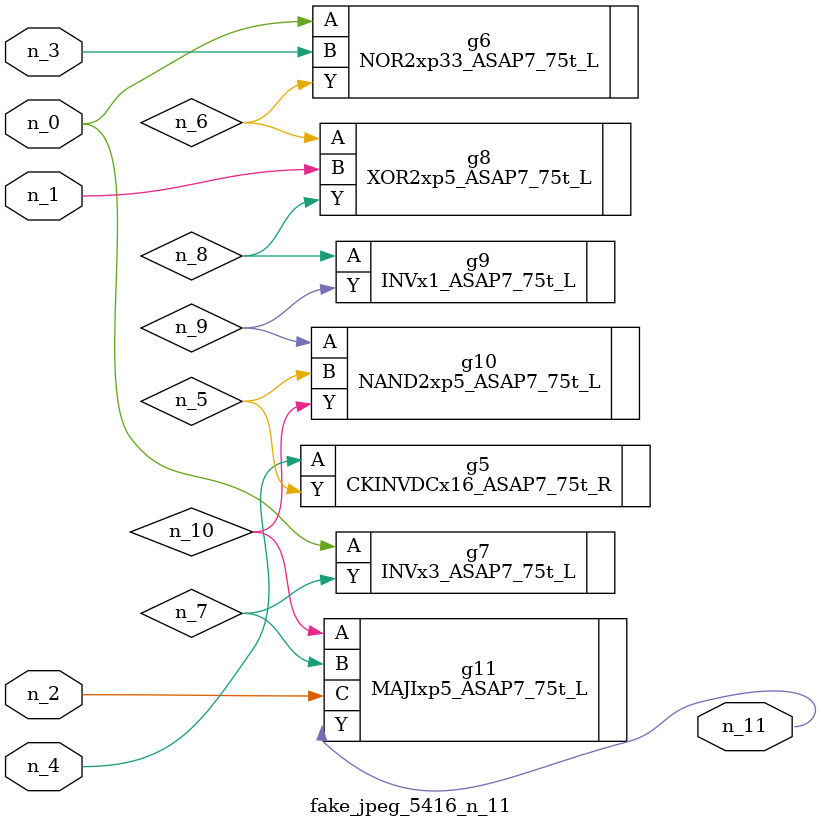
<source format=v>
module fake_jpeg_5416_n_11 (n_3, n_2, n_1, n_0, n_4, n_11);

input n_3;
input n_2;
input n_1;
input n_0;
input n_4;

output n_11;

wire n_10;
wire n_8;
wire n_9;
wire n_6;
wire n_5;
wire n_7;

CKINVDCx16_ASAP7_75t_R g5 ( 
.A(n_4),
.Y(n_5)
);

NOR2xp33_ASAP7_75t_L g6 ( 
.A(n_0),
.B(n_3),
.Y(n_6)
);

INVx3_ASAP7_75t_L g7 ( 
.A(n_0),
.Y(n_7)
);

XOR2xp5_ASAP7_75t_L g8 ( 
.A(n_6),
.B(n_1),
.Y(n_8)
);

INVx1_ASAP7_75t_L g9 ( 
.A(n_8),
.Y(n_9)
);

NAND2xp5_ASAP7_75t_L g10 ( 
.A(n_9),
.B(n_5),
.Y(n_10)
);

MAJIxp5_ASAP7_75t_L g11 ( 
.A(n_10),
.B(n_7),
.C(n_2),
.Y(n_11)
);


endmodule
</source>
